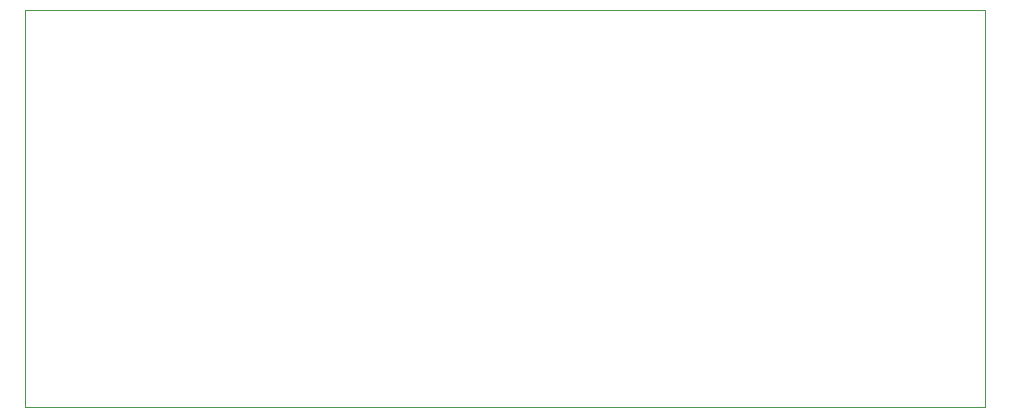
<source format=gbr>
G04 #@! TF.GenerationSoftware,KiCad,Pcbnew,(5.1.9)-1*
G04 #@! TF.CreationDate,2021-05-04T19:46:14-07:00*
G04 #@! TF.ProjectId,SDRReciever,53445252-6563-4696-9576-65722e6b6963,1*
G04 #@! TF.SameCoordinates,Original*
G04 #@! TF.FileFunction,Profile,NP*
%FSLAX46Y46*%
G04 Gerber Fmt 4.6, Leading zero omitted, Abs format (unit mm)*
G04 Created by KiCad (PCBNEW (5.1.9)-1) date 2021-05-04 19:46:14*
%MOMM*%
%LPD*%
G01*
G04 APERTURE LIST*
G04 #@! TA.AperFunction,Profile*
%ADD10C,0.100000*%
G04 #@! TD*
G04 APERTURE END LIST*
D10*
X96456500Y-116014500D02*
X96456500Y-149669500D01*
X177736500Y-116014500D02*
X96456500Y-116014500D01*
X177736500Y-149669500D02*
X177736500Y-116014500D01*
X96456500Y-149669500D02*
X177736500Y-149669500D01*
M02*

</source>
